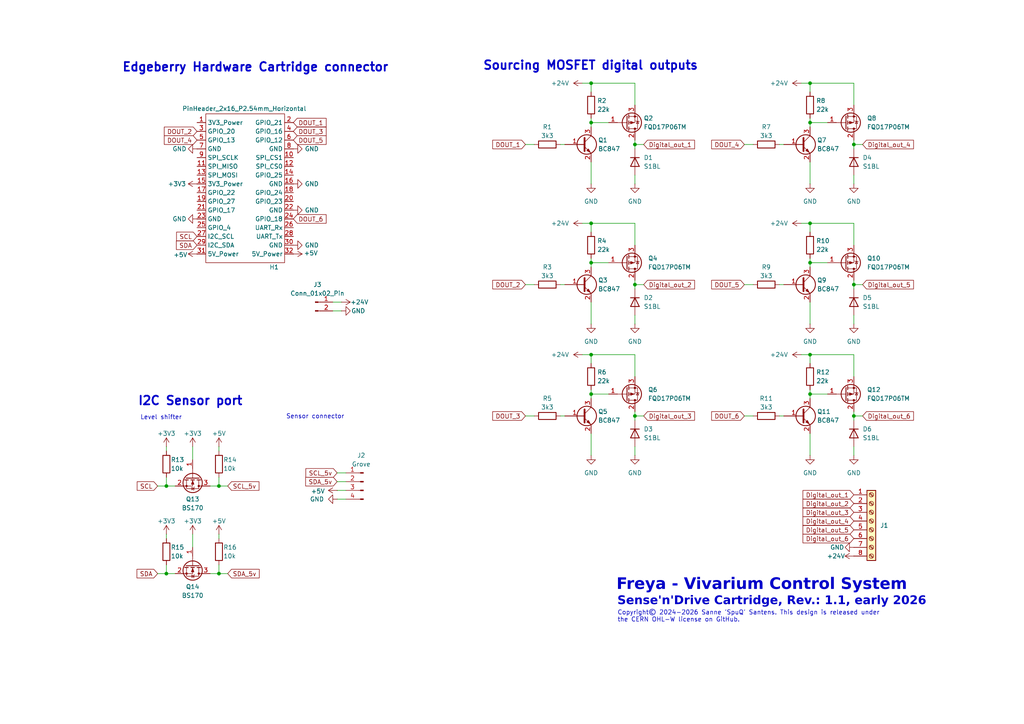
<source format=kicad_sch>
(kicad_sch (version 20231120) (generator "eeschema") (generator_version "8.0")
  (paper "A4")
  (lib_symbols
    (symbol "Connector:Conn_01x02_Pin" (pin_names (offset 1.016) hide)
      (property "Reference" "J" (at 0 2.54 0))
      (property "Value" "Conn_01x02_Pin" (at 0 -5.08 0))
      (symbol "Conn_01x02_Pin_1_1"
        (polyline (pts (xy 1.27 -2.54) (xy 0.8636 -2.54)) (stroke (width 0.1524)))
        (polyline (pts (xy 1.27 0) (xy 0.8636 0)) (stroke (width 0.1524)))
        (rectangle (start 0.8636 -2.413) (end 0 -2.667) (stroke (width 0.1524)) (fill (type outline)))
        (rectangle (start 0.8636 0.127) (end 0 -0.127) (stroke (width 0.1524)) (fill (type outline)))
        (pin passive line (at 5.08 0 180) (length 3.81) (name "Pin_1") (number "1"))
        (pin passive line (at 5.08 -2.54 180) (length 3.81) (name "Pin_2") (number "2"))
      )
    )
    (symbol "Connector:Conn_01x04_Pin" (pin_names (offset 1.016) hide)
      (property "Reference" "J" (at 0 5.08 0))
      (property "Value" "Conn_01x04_Pin" (at 0 -7.62 0))
      (symbol "Conn_01x04_Pin_1_1"
        (polyline (pts (xy 1.27 -5.08) (xy 0.8636 -5.08)) (stroke (width 0.1524)))
        (polyline (pts (xy 1.27 -2.54) (xy 0.8636 -2.54)) (stroke (width 0.1524)))
        (polyline (pts (xy 1.27 0) (xy 0.8636 0)) (stroke (width 0.1524)))
        (polyline (pts (xy 1.27 2.54) (xy 0.8636 2.54)) (stroke (width 0.1524)))
        (rectangle (start 0.8636 -4.953) (end 0 -5.207) (stroke (width 0.1524)) (fill (type outline)))
        (rectangle (start 0.8636 -2.413) (end 0 -2.667) (stroke (width 0.1524)) (fill (type outline)))
        (rectangle (start 0.8636 0.127) (end 0 -0.127) (stroke (width 0.1524)) (fill (type outline)))
        (rectangle (start 0.8636 2.667) (end 0 2.413) (stroke (width 0.1524)) (fill (type outline)))
        (pin passive line (at 5.08 2.54 180) (length 3.81) (name "Pin_1") (number "1"))
        (pin passive line (at 5.08 0 180) (length 3.81) (name "Pin_2") (number "2"))
        (pin passive line (at 5.08 -2.54 180) (length 3.81) (name "Pin_3") (number "3"))
        (pin passive line (at 5.08 -5.08 180) (length 3.81) (name "Pin_4") (number "4"))
      )
    )
    (symbol "Connector:Screw_Terminal_01x08" (pin_names (offset 1.016) hide)
      (property "Reference" "J" (at 0 10.16 0))
      (property "Value" "Screw_Terminal_01x08" (at 0 -12.7 0))
      (symbol "Screw_Terminal_01x08_1_1"
        (rectangle (start -1.27 8.89) (end 1.27 -11.43) (stroke (width 0.254)) (fill (type background)))
        (circle (center 0 -10.16) (radius 0.635) (stroke (width 0.1524)))
        (circle (center 0 -7.62) (radius 0.635) (stroke (width 0.1524)))
        (circle (center 0 -5.08) (radius 0.635) (stroke (width 0.1524)))
        (circle (center 0 -2.54) (radius 0.635) (stroke (width 0.1524)))
        (polyline (pts (xy -0.5334 -9.8298) (xy 0.3302 -10.668)) (stroke (width 0.1524)))
        (polyline (pts (xy -0.5334 -7.2898) (xy 0.3302 -8.128)) (stroke (width 0.1524)))
        (polyline (pts (xy -0.5334 -4.7498) (xy 0.3302 -5.588)) (stroke (width 0.1524)))
        (polyline (pts (xy -0.5334 -2.2098) (xy 0.3302 -3.048)) (stroke (width 0.1524)))
        (polyline (pts (xy -0.5334 0.3302) (xy 0.3302 -0.508)) (stroke (width 0.1524)))
        (polyline (pts (xy -0.5334 2.8702) (xy 0.3302 2.032)) (stroke (width 0.1524)))
        (polyline (pts (xy -0.5334 5.4102) (xy 0.3302 4.572)) (stroke (width 0.1524)))
        (polyline (pts (xy -0.5334 7.9502) (xy 0.3302 7.112)) (stroke (width 0.1524)))
        (polyline (pts (xy -0.3556 -9.652) (xy 0.508 -10.4902)) (stroke (width 0.1524)))
        (polyline (pts (xy -0.3556 -7.112) (xy 0.508 -7.9502)) (stroke (width 0.1524)))
        (polyline (pts (xy -0.3556 -4.572) (xy 0.508 -5.4102)) (stroke (width 0.1524)))
        (polyline (pts (xy -0.3556 -2.032) (xy 0.508 -2.8702)) (stroke (width 0.1524)))
        (polyline (pts (xy -0.3556 0.508) (xy 0.508 -0.3302)) (stroke (width 0.1524)))
        (polyline (pts (xy -0.3556 3.048) (xy 0.508 2.2098)) (stroke (width 0.1524)))
        (polyline (pts (xy -0.3556 5.588) (xy 0.508 4.7498)) (stroke (width 0.1524)))
        (polyline (pts (xy -0.3556 8.128) (xy 0.508 7.2898)) (stroke (width 0.1524)))
        (circle (center 0 0) (radius 0.635) (stroke (width 0.1524)))
        (circle (center 0 2.54) (radius 0.635) (stroke (width 0.1524)))
        (circle (center 0 5.08) (radius 0.635) (stroke (width 0.1524)))
        (circle (center 0 7.62) (radius 0.635) (stroke (width 0.1524)))
        (pin passive line (at -5.08 7.62 0) (length 3.81) (name "Pin_1") (number "1"))
        (pin passive line (at -5.08 5.08 0) (length 3.81) (name "Pin_2") (number "2"))
        (pin passive line (at -5.08 2.54 0) (length 3.81) (name "Pin_3") (number "3"))
        (pin passive line (at -5.08 0 0) (length 3.81) (name "Pin_4") (number "4"))
        (pin passive line (at -5.08 -2.54 0) (length 3.81) (name "Pin_5") (number "5"))
        (pin passive line (at -5.08 -5.08 0) (length 3.81) (name "Pin_6") (number "6"))
        (pin passive line (at -5.08 -7.62 0) (length 3.81) (name "Pin_7") (number "7"))
        (pin passive line (at -5.08 -10.16 0) (length 3.81) (name "Pin_8") (number "8"))
      )
    )
    (symbol "Device:D" (pin_numbers hide) (pin_names (offset 1.016) hide)
      (property "Reference" "D" (at 0 2.54 0))
      (property "Value" "D" (at 0 -2.54 0))
      (symbol "D_0_1"
        (polyline (pts (xy -1.27 1.27) (xy -1.27 -1.27)) (stroke (width 0.254)))
        (polyline (pts (xy 1.27 0) (xy -1.27 0)))
        (polyline (pts (xy 1.27 1.27) (xy 1.27 -1.27) (xy -1.27 0) (xy 1.27 1.27)) (stroke (width 0.254)))
      )
      (symbol "D_1_1"
        (pin passive line (at -3.81 0 0) (length 2.54) (name "K") (number "1"))
        (pin passive line (at 3.81 0 180) (length 2.54) (name "A") (number "2"))
      )
    )
    (symbol "Device:Q_NMOS_GSD" (pin_names (offset 0) hide)
      (property "Reference" "Q" (at 5.08 1.27 0))
      (property "Value" "Q_NMOS_GSD" (at 5.08 -1.27 0))
      (symbol "Q_NMOS_GSD_0_1"
        (polyline (pts (xy 0.254 0) (xy -2.54 0)))
        (polyline (pts (xy 0.254 1.905) (xy 0.254 -1.905)) (stroke (width 0.254)))
        (polyline (pts (xy 0.762 -1.27) (xy 0.762 -2.286)) (stroke (width 0.254)))
        (polyline (pts (xy 0.762 0.508) (xy 0.762 -0.508)) (stroke (width 0.254)))
        (polyline (pts (xy 0.762 2.286) (xy 0.762 1.27)) (stroke (width 0.254)))
        (polyline (pts (xy 2.54 2.54) (xy 2.54 1.778)))
        (polyline (pts (xy 2.54 -2.54) (xy 2.54 0) (xy 0.762 0)))
        (polyline (pts (xy 0.762 -1.778) (xy 3.302 -1.778) (xy 3.302 1.778) (xy 0.762 1.778)))
        (polyline (pts (xy 1.016 0) (xy 2.032 0.381) (xy 2.032 -0.381) (xy 1.016 0)) (fill (type outline)))
        (polyline (pts (xy 2.794 0.508) (xy 2.921 0.381) (xy 3.683 0.381) (xy 3.81 0.254)))
        (polyline (pts (xy 3.302 0.381) (xy 2.921 -0.254) (xy 3.683 -0.254) (xy 3.302 0.381)))
        (circle (center 1.651 0) (radius 2.794) (stroke (width 0.254)))
        (circle (center 2.54 -1.778) (radius 0.254) (fill (type outline)))
        (circle (center 2.54 1.778) (radius 0.254) (fill (type outline)))
      )
      (symbol "Q_NMOS_GSD_1_1"
        (pin input line (at -5.08 0 0) (length 2.54) (name "G") (number "1"))
        (pin passive line (at 2.54 -5.08 90) (length 2.54) (name "S") (number "2"))
        (pin passive line (at 2.54 5.08 270) (length 2.54) (name "D") (number "3"))
      )
    )
    (symbol "Device:Q_PMOS_GDS" (pin_names (offset 0) hide)
      (property "Reference" "Q" (at 5.08 1.27 0))
      (property "Value" "Q_PMOS_GDS" (at 5.08 -1.27 0))
      (symbol "Q_PMOS_GDS_0_1"
        (polyline (pts (xy 0.254 0) (xy -2.54 0)))
        (polyline (pts (xy 0.254 1.905) (xy 0.254 -1.905)) (stroke (width 0.254)))
        (polyline (pts (xy 0.762 -1.27) (xy 0.762 -2.286)) (stroke (width 0.254)))
        (polyline (pts (xy 0.762 0.508) (xy 0.762 -0.508)) (stroke (width 0.254)))
        (polyline (pts (xy 0.762 2.286) (xy 0.762 1.27)) (stroke (width 0.254)))
        (polyline (pts (xy 2.54 2.54) (xy 2.54 1.778)))
        (polyline (pts (xy 2.54 -2.54) (xy 2.54 0) (xy 0.762 0)))
        (polyline (pts (xy 0.762 1.778) (xy 3.302 1.778) (xy 3.302 -1.778) (xy 0.762 -1.778)))
        (polyline (pts (xy 2.286 0) (xy 1.27 0.381) (xy 1.27 -0.381) (xy 2.286 0)) (fill (type outline)))
        (polyline (pts (xy 2.794 -0.508) (xy 2.921 -0.381) (xy 3.683 -0.381) (xy 3.81 -0.254)))
        (polyline (pts (xy 3.302 -0.381) (xy 2.921 0.254) (xy 3.683 0.254) (xy 3.302 -0.381)))
        (circle (center 1.651 0) (radius 2.794) (stroke (width 0.254)))
        (circle (center 2.54 -1.778) (radius 0.254) (fill (type outline)))
        (circle (center 2.54 1.778) (radius 0.254) (fill (type outline)))
      )
      (symbol "Q_PMOS_GDS_1_1"
        (pin input line (at -5.08 0 0) (length 2.54) (name "G") (number "1"))
        (pin passive line (at 2.54 5.08 270) (length 2.54) (name "D") (number "2"))
        (pin passive line (at 2.54 -5.08 90) (length 2.54) (name "S") (number "3"))
      )
    )
    (symbol "Device:R" (pin_numbers hide) (pin_names (offset 0))
      (property "Reference" "R" (at 2.032 0 90))
      (property "Value" "R" (at 0 0 90))
      (symbol "R_0_1"
        (rectangle (start -1.016 -2.54) (end 1.016 2.54) (stroke (width 0.254)))
      )
      (symbol "R_1_1"
        (pin passive line (at 0 3.81 270) (length 1.27) (name "~") (number "1"))
        (pin passive line (at 0 -3.81 90) (length 1.27) (name "~") (number "2"))
      )
    )
    (symbol "Edgeberry:Edgeberry_Cartridge_Connector"
      (property "Reference" "H" (at 8.382 -24.13 0))
      (property "Value" "Edgeberry Cartridge Connector" (at -0.254 21.844 0))
      (symbol "Edgeberry_Cartridge_Connector_0_1"
        (polyline (pts (xy -11.43 20.32) (xy 11.43 20.32) (xy 11.43 -22.86) (xy -11.43 -22.86) (xy -11.43 20.32)))
      )
      (symbol "Edgeberry_Cartridge_Connector_1_1"
        (pin output line (at -13.97 17.78 0) (length 2.54) (name "3V3_Power") (number "1"))
        (pin output line (at 13.97 7.62 180) (length 2.54) (name "SPI_CS1") (number "10"))
        (pin input line (at -13.97 5.08 0) (length 2.54) (name "SPI_MISO") (number "11"))
        (pin output line (at 13.97 5.08 180) (length 2.54) (name "SPI_CS0") (number "12"))
        (pin output line (at -13.97 2.54 0) (length 2.54) (name "SPI_MOSI") (number "13"))
        (pin bidirectional line (at 13.97 2.54 180) (length 2.54) (name "GPIO_25") (number "14"))
        (pin output line (at -13.97 0 0) (length 2.54) (name "3V3_Power") (number "15"))
        (pin bidirectional line (at 13.97 0 180) (length 2.54) (name "GND") (number "16"))
        (pin bidirectional line (at -13.97 -2.54 0) (length 2.54) (name "GPIO_22") (number "17"))
        (pin bidirectional line (at 13.97 -2.54 180) (length 2.54) (name "GPIO_24") (number "18"))
        (pin bidirectional line (at -13.97 -5.08 0) (length 2.54) (name "GPIO_27") (number "19"))
        (pin bidirectional line (at 13.97 17.78 180) (length 2.54) (name "GPIO_21") (number "2"))
        (pin bidirectional line (at 13.97 -5.08 180) (length 2.54) (name "GPIO_23") (number "20"))
        (pin bidirectional line (at -13.97 -7.62 0) (length 2.54) (name "GPIO_17") (number "21"))
        (pin output line (at 13.97 -7.62 180) (length 2.54) (name "GND") (number "22"))
        (pin output line (at -13.97 -10.16 0) (length 2.54) (name "GND") (number "23"))
        (pin bidirectional line (at 13.97 -10.16 180) (length 2.54) (name "GPIO_18") (number "24"))
        (pin bidirectional line (at -13.97 -12.7 0) (length 2.54) (name "GPIO_4") (number "25"))
        (pin input line (at 13.97 -12.7 180) (length 2.54) (name "UART_Rx") (number "26"))
        (pin output line (at -13.97 -15.24 0) (length 2.54) (name "I2C_SCL") (number "27"))
        (pin output line (at 13.97 -15.24 180) (length 2.54) (name "UART_Tx") (number "28"))
        (pin bidirectional line (at -13.97 -17.78 0) (length 2.54) (name "I2C_SDA") (number "29"))
        (pin bidirectional line (at -13.97 15.24 0) (length 2.54) (name "GPIO_20") (number "3"))
        (pin output line (at 13.97 -17.78 180) (length 2.54) (name "GND") (number "30"))
        (pin output line (at -13.97 -20.32 0) (length 2.54) (name "5V_Power") (number "31"))
        (pin output line (at 13.97 -20.32 180) (length 2.54) (name "5V_Power") (number "32"))
        (pin bidirectional line (at 13.97 15.24 180) (length 2.54) (name "GPIO_16") (number "4"))
        (pin bidirectional line (at -13.97 12.7 0) (length 2.54) (name "GPIO_13") (number "5"))
        (pin bidirectional line (at 13.97 12.7 180) (length 2.54) (name "GPIO_12") (number "6"))
        (pin output line (at -13.97 10.16 0) (length 2.54) (name "GND") (number "7"))
        (pin output line (at 13.97 10.16 180) (length 2.54) (name "GND") (number "8"))
        (pin output line (at -13.97 7.62 0) (length 2.54) (name "SPI_SCLK") (number "9"))
      )
    )
    (symbol "Transistor_BJT:BC847" (pin_names (offset 0) hide)
      (property "Reference" "Q" (at 5.08 1.905 0))
      (property "Value" "BC847" (at 5.08 0 0))
      (symbol "BC847_0_1"
        (polyline (pts (xy 0.635 0.635) (xy 2.54 2.54)))
        (polyline (pts (xy 0.635 -0.635) (xy 2.54 -2.54) (xy 2.54 -2.54)))
        (polyline (pts (xy 0.635 1.905) (xy 0.635 -1.905) (xy 0.635 -1.905)) (stroke (width 0.508)))
        (polyline (pts (xy 1.27 -1.778) (xy 1.778 -1.27) (xy 2.286 -2.286) (xy 1.27 -1.778) (xy 1.27 -1.778)) (fill (type outline)))
        (circle (center 1.27 0) (radius 2.8194) (stroke (width 0.254)))
      )
      (symbol "BC847_1_1"
        (pin input line (at -5.08 0 0) (length 5.715) (name "B") (number "1"))
        (pin passive line (at 2.54 -5.08 90) (length 2.54) (name "E") (number "2"))
        (pin passive line (at 2.54 5.08 270) (length 2.54) (name "C") (number "3"))
      )
    )
    (symbol "power:+24V" (power) (pin_numbers hide) (pin_names (offset 0) hide)
      (property "Value" "+24V" (at 0 3.556 0))
      (symbol "+24V_0_1"
        (polyline (pts (xy -0.762 1.27) (xy 0 2.54)))
        (polyline (pts (xy 0 0) (xy 0 2.54)))
        (polyline (pts (xy 0 2.54) (xy 0.762 1.27)))
      )
      (symbol "+24V_1_1"
        (pin power_in line (at 0 0 90) (length 0) (name "~") (number "1"))
      )
    )
    (symbol "power:+3V3" (power) (pin_numbers hide) (pin_names (offset 0) hide)
      (property "Value" "+3V3" (at 0 3.556 0))
      (symbol "+3V3_0_1"
        (polyline (pts (xy -0.762 1.27) (xy 0 2.54)))
        (polyline (pts (xy 0 0) (xy 0 2.54)))
        (polyline (pts (xy 0 2.54) (xy 0.762 1.27)))
      )
      (symbol "+3V3_1_1"
        (pin power_in line (at 0 0 90) (length 0) (name "~") (number "1"))
      )
    )
    (symbol "power:+5V" (power) (pin_numbers hide) (pin_names (offset 0) hide)
      (property "Value" "+5V" (at 0 3.556 0))
      (symbol "+5V_0_1"
        (polyline (pts (xy -0.762 1.27) (xy 0 2.54)))
        (polyline (pts (xy 0 0) (xy 0 2.54)))
        (polyline (pts (xy 0 2.54) (xy 0.762 1.27)))
      )
      (symbol "+5V_1_1"
        (pin power_in line (at 0 0 90) (length 0) (name "~") (number "1"))
      )
    )
    (symbol "power:GND" (power) (pin_numbers hide) (pin_names (offset 0) hide)
      (property "Value" "GND" (at 0 -3.81 0))
      (symbol "GND_0_1"
        (polyline (pts (xy 0 0) (xy 0 -1.27) (xy 1.27 -1.27) (xy 0 -2.54) (xy -1.27 -1.27) (xy 0 -1.27)))
      )
      (symbol "GND_1_1"
        (pin power_in line (at 0 0 270) (length 0) (name "~") (number "1"))
      )
    )
  )
  (junction (at 234.95 64.77))
  (junction (at 171.45 102.87))
  (junction (at 234.95 35.56))
  (junction (at 171.45 35.56))
  (junction (at 184.15 82.55))
  (junction (at 184.15 120.65))
  (junction (at 247.65 120.65))
  (junction (at 171.45 114.3))
  (junction (at 171.45 76.2))
  (junction (at 247.65 82.55))
  (junction (at 171.45 24.13))
  (junction (at 63.5 140.97))
  (junction (at 234.95 76.2))
  (junction (at 184.15 41.91))
  (junction (at 234.95 24.13))
  (junction (at 63.5 166.37))
  (junction (at 171.45 64.77))
  (junction (at 48.26 140.97))
  (junction (at 247.65 41.91))
  (junction (at 234.95 114.3))
  (junction (at 234.95 102.87))
  (junction (at 48.26 166.37))
  (wire (pts (xy 234.95 35.56) (xy 240.03 35.56)))
  (wire (pts (xy 152.4 120.65) (xy 154.94 120.65)))
  (wire (pts (xy 234.95 64.77) (xy 247.65 64.77)))
  (wire (pts (xy 226.06 82.55) (xy 227.33 82.55)))
  (wire (pts (xy 171.45 34.29) (xy 171.45 35.56)))
  (wire (pts (xy 63.5 129.54) (xy 63.5 130.81)))
  (wire (pts (xy 100.33 144.78) (xy 97.79 144.78)))
  (wire (pts (xy 60.96 166.37) (xy 63.5 166.37)))
  (wire (pts (xy 234.95 64.77) (xy 234.95 67.31)))
  (wire (pts (xy 247.65 41.91) (xy 247.65 43.18)))
  (wire (pts (xy 171.45 76.2) (xy 171.45 77.47)))
  (wire (pts (xy 234.95 102.87) (xy 234.95 105.41)))
  (wire (pts (xy 162.56 120.65) (xy 163.83 120.65)))
  (wire (pts (xy 247.65 81.28) (xy 247.65 82.55)))
  (wire (pts (xy 184.15 129.54) (xy 184.15 132.08)))
  (wire (pts (xy 171.45 76.2) (xy 176.53 76.2)))
  (wire (pts (xy 234.95 125.73) (xy 234.95 132.08)))
  (wire (pts (xy 168.91 102.87) (xy 171.45 102.87)))
  (wire (pts (xy 184.15 64.77) (xy 184.15 71.12)))
  (wire (pts (xy 171.45 35.56) (xy 176.53 35.56)))
  (wire (pts (xy 48.26 138.43) (xy 48.26 140.97)))
  (wire (pts (xy 60.96 140.97) (xy 63.5 140.97)))
  (wire (pts (xy 247.65 82.55) (xy 250.19 82.55)))
  (wire (pts (xy 184.15 119.38) (xy 184.15 120.65)))
  (wire (pts (xy 97.79 137.16) (xy 100.33 137.16)))
  (wire (pts (xy 171.45 24.13) (xy 184.15 24.13)))
  (wire (pts (xy 171.45 64.77) (xy 184.15 64.77)))
  (wire (pts (xy 171.45 114.3) (xy 176.53 114.3)))
  (wire (pts (xy 215.9 82.55) (xy 218.44 82.55)))
  (wire (pts (xy 63.5 140.97) (xy 63.5 138.43)))
  (wire (pts (xy 247.65 120.65) (xy 250.19 120.65)))
  (wire (pts (xy 152.4 41.91) (xy 154.94 41.91)))
  (wire (pts (xy 234.95 114.3) (xy 234.95 115.57)))
  (wire (pts (xy 63.5 140.97) (xy 66.04 140.97)))
  (wire (pts (xy 184.15 102.87) (xy 184.15 109.22)))
  (wire (pts (xy 247.65 91.44) (xy 247.65 93.98)))
  (wire (pts (xy 63.5 154.94) (xy 63.5 156.21)))
  (wire (pts (xy 184.15 40.64) (xy 184.15 41.91)))
  (wire (pts (xy 184.15 82.55) (xy 186.69 82.55)))
  (wire (pts (xy 247.65 40.64) (xy 247.65 41.91)))
  (wire (pts (xy 234.95 76.2) (xy 234.95 77.47)))
  (wire (pts (xy 184.15 41.91) (xy 186.69 41.91)))
  (wire (pts (xy 152.4 82.55) (xy 154.94 82.55)))
  (wire (pts (xy 234.95 46.99) (xy 234.95 53.34)))
  (wire (pts (xy 215.9 41.91) (xy 218.44 41.91)))
  (wire (pts (xy 55.88 154.94) (xy 55.88 158.75)))
  (wire (pts (xy 247.65 120.65) (xy 247.65 121.92)))
  (wire (pts (xy 184.15 91.44) (xy 184.15 93.98)))
  (wire (pts (xy 48.26 154.94) (xy 48.26 156.21)))
  (wire (pts (xy 100.33 142.24) (xy 97.79 142.24)))
  (wire (pts (xy 232.41 102.87) (xy 234.95 102.87)))
  (wire (pts (xy 247.65 102.87) (xy 247.65 109.22)))
  (wire (pts (xy 247.65 82.55) (xy 247.65 83.82)))
  (wire (pts (xy 63.5 166.37) (xy 63.5 163.83)))
  (wire (pts (xy 48.26 166.37) (xy 50.8 166.37)))
  (wire (pts (xy 171.45 125.73) (xy 171.45 132.08)))
  (wire (pts (xy 215.9 120.65) (xy 218.44 120.65)))
  (wire (pts (xy 234.95 35.56) (xy 234.95 36.83)))
  (wire (pts (xy 162.56 41.91) (xy 163.83 41.91)))
  (wire (pts (xy 171.45 102.87) (xy 184.15 102.87)))
  (wire (pts (xy 226.06 120.65) (xy 227.33 120.65)))
  (wire (pts (xy 234.95 24.13) (xy 234.95 26.67)))
  (wire (pts (xy 234.95 102.87) (xy 247.65 102.87)))
  (wire (pts (xy 171.45 24.13) (xy 171.45 26.67)))
  (wire (pts (xy 247.65 41.91) (xy 250.19 41.91)))
  (wire (pts (xy 226.06 41.91) (xy 227.33 41.91)))
  (wire (pts (xy 247.65 119.38) (xy 247.65 120.65)))
  (wire (pts (xy 168.91 64.77) (xy 171.45 64.77)))
  (wire (pts (xy 45.72 140.97) (xy 48.26 140.97)))
  (wire (pts (xy 168.91 24.13) (xy 171.45 24.13)))
  (wire (pts (xy 234.95 76.2) (xy 240.03 76.2)))
  (wire (pts (xy 234.95 87.63) (xy 234.95 93.98)))
  (wire (pts (xy 247.65 50.8) (xy 247.65 53.34)))
  (wire (pts (xy 45.72 166.37) (xy 48.26 166.37)))
  (wire (pts (xy 184.15 81.28) (xy 184.15 82.55)))
  (wire (pts (xy 171.45 74.93) (xy 171.45 76.2)))
  (wire (pts (xy 184.15 120.65) (xy 184.15 121.92)))
  (wire (pts (xy 171.45 87.63) (xy 171.45 93.98)))
  (wire (pts (xy 184.15 50.8) (xy 184.15 53.34)))
  (wire (pts (xy 48.26 163.83) (xy 48.26 166.37)))
  (wire (pts (xy 232.41 64.77) (xy 234.95 64.77)))
  (wire (pts (xy 234.95 34.29) (xy 234.95 35.56)))
  (wire (pts (xy 96.52 90.17) (xy 99.06 90.17)))
  (wire (pts (xy 171.45 113.03) (xy 171.45 114.3)))
  (wire (pts (xy 55.88 129.54) (xy 55.88 133.35)))
  (wire (pts (xy 171.45 102.87) (xy 171.45 105.41)))
  (wire (pts (xy 184.15 41.91) (xy 184.15 43.18)))
  (wire (pts (xy 234.95 114.3) (xy 240.03 114.3)))
  (wire (pts (xy 232.41 24.13) (xy 234.95 24.13)))
  (wire (pts (xy 234.95 24.13) (xy 247.65 24.13)))
  (wire (pts (xy 162.56 82.55) (xy 163.83 82.55)))
  (wire (pts (xy 234.95 113.03) (xy 234.95 114.3)))
  (wire (pts (xy 63.5 166.37) (xy 66.04 166.37)))
  (wire (pts (xy 96.52 87.63) (xy 99.06 87.63)))
  (wire (pts (xy 48.26 140.97) (xy 50.8 140.97)))
  (wire (pts (xy 171.45 64.77) (xy 171.45 67.31)))
  (wire (pts (xy 100.33 139.7) (xy 97.79 139.7)))
  (wire (pts (xy 247.65 64.77) (xy 247.65 71.12)))
  (wire (pts (xy 184.15 120.65) (xy 186.69 120.65)))
  (wire (pts (xy 247.65 24.13) (xy 247.65 30.48)))
  (wire (pts (xy 234.95 74.93) (xy 234.95 76.2)))
  (wire (pts (xy 171.45 35.56) (xy 171.45 36.83)))
  (wire (pts (xy 171.45 114.3) (xy 171.45 115.57)))
  (wire (pts (xy 48.26 129.54) (xy 48.26 130.81)))
  (wire (pts (xy 184.15 24.13) (xy 184.15 30.48)))
  (wire (pts (xy 171.45 46.99) (xy 171.45 53.34)))
  (wire (pts (xy 184.15 82.55) (xy 184.15 83.82)))
  (wire (pts (xy 247.65 129.54) (xy 247.65 132.08)))
  (text "Copyright© 2024-2026 Sanne 'SpuQ' Santens. This design is released under\nthe CERN OHL-W license on GitHub." (at 179.07 178.816 0) (effects (font (size 1.27 1.27)) (justify left)))
  (text "I2C Sensor port" (at 39.878 117.856 0) (effects (font (size 2.5 2.5) (thickness 0.5) (bold yes)) (justify left bottom)))
  (text "Freya - Vivarium Control System" (at 178.816 172.466 0) (effects (font (size 3.302 3.302) (thickness 0.4) (bold yes)) (justify left bottom)))
  (text "Sense'n'Drive Cartridge, Rev.: 1.1, early 2026\n" (at 179.07 176.53 0) (effects (font (size 2.4892 2.4892)) (justify left bottom)))
  (text "Sourcing MOSFET digital outputs" (at 139.954 20.574 0) (effects (font (size 2.5 2.5) (thickness 0.5) (bold yes)) (justify left bottom)))
  (text "Sensor connector" (at 91.44 120.904 0) (effects (font (size 1.27 1.27))))
  (text "Level shifter" (at 46.736 121.158 0) (effects (font (size 1.27 1.27))))
  (text "Edgeberry Hardware Cartridge connector" (at 35.306 21.082 0) (effects (font (size 2.5 2.5) (thickness 0.5) (bold yes)) (justify left bottom)))
  (global_label "Digital_out_3" (shape input) (at 247.65 148.59 180) (property "Intersheetrefs" "${INTERSHEET_REFS}" (effects (hide yes))))
  (global_label "SDA_5v" (shape input) (at 97.79 139.7 180) (property "Intersheetrefs" "${INTERSHEET_REFS}" (effects (hide yes))))
  (global_label "DOUT_3" (shape input) (at 152.4 120.65 180) (property "Intersheetrefs" "${INTERSHEET_REFS}" (effects (hide yes))))
  (global_label "DOUT_3" (shape input) (at 85.09 38.1 0) (property "Intersheetrefs" "${INTERSHEET_REFS}" (effects (hide yes))))
  (global_label "DOUT_2" (shape input) (at 152.4 82.55 180) (property "Intersheetrefs" "${INTERSHEET_REFS}" (effects (hide yes))))
  (global_label "SCL" (shape input) (at 57.15 68.58 180) (property "Intersheetrefs" "${INTERSHEET_REFS}" (effects (hide yes))))
  (global_label "DOUT_6" (shape input) (at 85.09 63.5 0) (property "Intersheetrefs" "${INTERSHEET_REFS}" (effects (hide yes))))
  (global_label "Digital_out_2" (shape input) (at 186.69 82.55 0) (property "Intersheetrefs" "${INTERSHEET_REFS}" (effects (hide yes))))
  (global_label "SCL_5v" (shape input) (at 66.04 140.97 0) (property "Intersheetrefs" "${INTERSHEET_REFS}" (effects (hide yes))))
  (global_label "DOUT_1" (shape input) (at 85.09 35.56 0) (property "Intersheetrefs" "${INTERSHEET_REFS}" (effects (hide yes))))
  (global_label "SCL" (shape input) (at 45.72 140.97 180) (property "Intersheetrefs" "${INTERSHEET_REFS}" (effects (hide yes))))
  (global_label "Digital_out_4" (shape input) (at 250.19 41.91 0) (property "Intersheetrefs" "${INTERSHEET_REFS}" (effects (hide yes))))
  (global_label "Digital_out_6" (shape input) (at 247.65 156.21 180) (property "Intersheetrefs" "${INTERSHEET_REFS}" (effects (hide yes))))
  (global_label "DOUT_4" (shape input) (at 57.15 40.64 180) (property "Intersheetrefs" "${INTERSHEET_REFS}" (effects (hide yes))))
  (global_label "Digital_out_1" (shape input) (at 247.65 143.51 180) (property "Intersheetrefs" "${INTERSHEET_REFS}" (effects (hide yes))))
  (global_label "Digital_out_5" (shape input) (at 247.65 153.67 180) (property "Intersheetrefs" "${INTERSHEET_REFS}" (effects (hide yes))))
  (global_label "Digital_out_5" (shape input) (at 250.19 82.55 0) (property "Intersheetrefs" "${INTERSHEET_REFS}" (effects (hide yes))))
  (global_label "DOUT_5" (shape input) (at 215.9 82.55 180) (property "Intersheetrefs" "${INTERSHEET_REFS}" (effects (hide yes))))
  (global_label "Digital_out_6" (shape input) (at 250.19 120.65 0) (property "Intersheetrefs" "${INTERSHEET_REFS}" (effects (hide yes))))
  (global_label "DOUT_1" (shape input) (at 152.4 41.91 180) (property "Intersheetrefs" "${INTERSHEET_REFS}" (effects (hide yes))))
  (global_label "DOUT_4" (shape input) (at 215.9 41.91 180) (property "Intersheetrefs" "${INTERSHEET_REFS}" (effects (hide yes))))
  (global_label "SDA" (shape input) (at 57.15 71.12 180) (property "Intersheetrefs" "${INTERSHEET_REFS}" (effects (hide yes))))
  (global_label "Digital_out_2" (shape input) (at 247.65 146.05 180) (property "Intersheetrefs" "${INTERSHEET_REFS}" (effects (hide yes))))
  (global_label "SDA" (shape input) (at 45.72 166.37 180) (property "Intersheetrefs" "${INTERSHEET_REFS}" (effects (hide yes))))
  (global_label "SDA_5v" (shape input) (at 66.04 166.37 0) (property "Intersheetrefs" "${INTERSHEET_REFS}" (effects (hide yes))))
  (global_label "Digital_out_3" (shape input) (at 186.69 120.65 0) (property "Intersheetrefs" "${INTERSHEET_REFS}" (effects (hide yes))))
  (global_label "Digital_out_1" (shape input) (at 186.69 41.91 0) (property "Intersheetrefs" "${INTERSHEET_REFS}" (effects (hide yes))))
  (global_label "Digital_out_4" (shape input) (at 247.65 151.13 180) (property "Intersheetrefs" "${INTERSHEET_REFS}" (effects (hide yes))))
  (global_label "DOUT_2" (shape input) (at 57.15 38.1 180) (property "Intersheetrefs" "${INTERSHEET_REFS}" (effects (hide yes))))
  (global_label "SCL_5v" (shape input) (at 97.79 137.16 180) (property "Intersheetrefs" "${INTERSHEET_REFS}" (effects (hide yes))))
  (global_label "DOUT_5" (shape input) (at 85.09 40.64 0) (property "Intersheetrefs" "${INTERSHEET_REFS}" (effects (hide yes))))
  (global_label "DOUT_6" (shape input) (at 215.9 120.65 180) (property "Intersheetrefs" "${INTERSHEET_REFS}" (effects (hide yes))))
  (symbol (lib_id "Device:R") (at 171.45 71.12 0) (unit 1)
    (property "Reference" "R4" (at 173.228 69.85 0) (effects (justify left)))
    (property "Value" "22k" (at 173.228 72.39 0) (effects (justify left)))
    (property "Footprint" "Resistor_SMD:R_0805_2012Metric" (effects (hide yes)))
    (property "Description" "Resistor" (effects (hide yes)))
  )
  (symbol (lib_id "Device:R") (at 158.75 82.55 90) (unit 1)
    (property "Reference" "R3" (at 158.75 77.47 90))
    (property "Value" "3k3" (at 158.75 80.01 90))
    (property "Footprint" "Resistor_SMD:R_0805_2012Metric" (effects (hide yes)))
    (property "Description" "Resistor" (effects (hide yes)))
  )
  (symbol (lib_id "power:GND") (at 247.65 132.08 0) (unit 1)
    (property "Reference" "#PWR018" (effects (hide yes)))
    (property "Value" "GND" (at 247.65 137.16 0))
    (property "Description" "Power symbol creates a global label with name \"GND\" , ground" (effects (hide yes)))
  )
  (symbol (lib_id "power:+5V") (at 63.5 129.54 0) (unit 1)
    (property "Reference" "#PWR025" (effects (hide yes)))
    (property "Value" "+5V" (at 63.5 125.73 0))
    (property "Description" "Power symbol creates a global label with name \"+5V\"" (effects (hide yes)))
  )
  (symbol (lib_id "power:+5V") (at 63.5 154.94 0) (unit 1)
    (property "Reference" "#PWR026" (effects (hide yes)))
    (property "Value" "+5V" (at 63.5 151.13 0))
    (property "Description" "Power symbol creates a global label with name \"+5V\"" (effects (hide yes)))
  )
  (symbol (lib_id "Device:D") (at 184.15 125.73 270) (unit 1)
    (property "Reference" "D3" (at 186.69 124.4599 90) (effects (justify left)))
    (property "Value" "S1BL" (at 186.69 126.9999 90) (effects (justify left)))
    (property "Footprint" "emcosys:S1BL_diode" (effects (hide yes)))
    (property "Description" "Diode" (effects (hide yes)))
    (property "Sim.Device" "D" (effects (hide yes)))
    (property "Sim.Pins" "1=K 2=A" (effects (hide yes)))
  )
  (symbol (lib_id "power:GND") (at 85.09 53.34 90) (mirror x) (unit 1)
    (property "Reference" "#PWR036" (effects (hide yes)))
    (property "Value" "GND" (at 88.392 53.34 90) (effects (justify right)))
    (property "Description" "Power symbol creates a global label with name \"GND\" , ground" (effects (hide yes)))
  )
  (symbol (lib_id "power:+24V") (at 232.41 102.87 90) (unit 1)
    (property "Reference" "#PWR012" (effects (hide yes)))
    (property "Value" "+24V" (at 228.6 102.8699 90) (effects (justify left)))
    (property "Description" "Power symbol creates a global label with name \"+24V\"" (effects (hide yes)))
  )
  (symbol (lib_id "Transistor_BJT:BC847") (at 168.91 120.65 0) (unit 1)
    (property "Reference" "Q5" (at 173.482 119.38 0) (effects (justify left)))
    (property "Value" "BC847" (at 173.482 121.92 0) (effects (justify left)))
    (property "Footprint" "Package_TO_SOT_SMD:SOT-23" (effects (hide yes)))
    (property "Datasheet" "http://www.infineon.com/dgdl/Infineon-BC847SERIES_BC848SERIES_BC849SERIES_BC850SERIES-DS-v01_01-en.pdf?fileId=db3a304314dca389011541d4630a1657" (effects (hide yes)))
    (property "Description" "0.1A Ic, 45V Vce, NPN Transistor, SOT-23" (effects (hide yes)))
  )
  (symbol (lib_id "Device:R") (at 63.5 134.62 0) (unit 1)
    (property "Reference" "R14" (at 64.77 133.35 0) (effects (justify left)))
    (property "Value" "10k" (at 64.77 135.89 0) (effects (justify left)))
    (property "Footprint" "Resistor_SMD:R_0805_2012Metric" (effects (hide yes)))
    (property "Description" "Resistor" (effects (hide yes)))
  )
  (symbol (lib_id "Device:R") (at 171.45 109.22 0) (unit 1)
    (property "Reference" "R6" (at 173.228 107.95 0) (effects (justify left)))
    (property "Value" "22k" (at 173.228 110.49 0) (effects (justify left)))
    (property "Footprint" "Resistor_SMD:R_0805_2012Metric" (effects (hide yes)))
    (property "Description" "Resistor" (effects (hide yes)))
  )
  (symbol (lib_id "Device:Q_PMOS_GDS") (at 245.11 35.56 0) (mirror x) (unit 1)
    (property "Reference" "Q8" (at 251.46 34.29 0) (effects (justify left)))
    (property "Value" "FQD17P06TM" (at 251.46 36.83 0) (effects (justify left)))
    (property "Footprint" "Package_TO_SOT_SMD:TO-252-2" (effects (hide yes)))
    (property "Description" "P-MOSFET transistor, gate/drain/source" (effects (hide yes)))
  )
  (symbol (lib_id "power:+3V3") (at 57.15 53.34 90) (unit 1)
    (property "Reference" "#PWR039" (effects (hide yes)))
    (property "Value" "+3V3" (at 51.308 53.34 90))
    (property "Description" "Power symbol creates a global label with name \"+3V3\"" (effects (hide yes)))
  )
  (symbol (lib_id "power:+24V") (at 232.41 64.77 90) (unit 1)
    (property "Reference" "#PWR011" (effects (hide yes)))
    (property "Value" "+24V" (at 228.6 64.7699 90) (effects (justify left)))
    (property "Description" "Power symbol creates a global label with name \"+24V\"" (effects (hide yes)))
  )
  (symbol (lib_id "Connector:Screw_Terminal_01x08") (at 252.73 151.13 0) (unit 1)
    (property "Reference" "J1" (at 255.27 152.3999 0) (effects (justify left)))
    (property "Value" "Screw_Terminal_01x08" (effects (hide yes)))
    (property "Footprint" "Connector_Phoenix_MSTB:PhoenixContact_MSTBA_2,5_8-G-5,08_1x08_P5.08mm_Horizontal" (effects (hide yes)))
    (property "Description" "Generic screw terminal, single row, 01x08, script generated (kicad-library-utils/schlib/autogen/connector/)" (effects (hide yes)))
  )
  (symbol (lib_id "Edgeberry:Edgeberry_Cartridge_Connector") (at 71.12 53.34 0) (unit 1)
    (property "Reference" "H1" (at 79.502 77.47 0))
    (property "Value" "PinHeader_2x16_P2.54mm_Horizontal" (at 70.866 31.496 0))
    (property "Footprint" "Connector_PinHeader_2.54mm:PinHeader_2x16_P2.54mm_Horizontal" (effects (hide yes)))
  )
  (symbol (lib_id "power:+5V") (at 57.15 73.66 90) (unit 1)
    (property "Reference" "#PWR031" (effects (hide yes)))
    (property "Value" "+5V" (at 52.324 73.914 90))
    (property "Description" "Power symbol creates a global label with name \"+5V\"" (effects (hide yes)))
  )
  (symbol (lib_id "power:GND") (at 99.06 90.17 90) (unit 1)
    (property "Reference" "#PWR024" (effects (hide yes)))
    (property "Value" "GND" (at 101.854 90.17 90) (effects (justify right)))
    (property "Description" "Power symbol creates a global label with name \"GND\" , ground" (effects (hide yes)))
  )
  (symbol (lib_id "power:+24V") (at 168.91 64.77 90) (unit 1)
    (property "Reference" "#PWR04" (effects (hide yes)))
    (property "Value" "+24V" (at 165.1 64.7699 90) (effects (justify left)))
    (property "Description" "Power symbol creates a global label with name \"+24V\"" (effects (hide yes)))
  )
  (symbol (lib_id "Device:D") (at 247.65 87.63 270) (unit 1)
    (property "Reference" "D5" (at 250.19 86.3599 90) (effects (justify left)))
    (property "Value" "S1BL" (at 250.19 88.8999 90) (effects (justify left)))
    (property "Footprint" "emcosys:S1BL_diode" (effects (hide yes)))
    (property "Description" "Diode" (effects (hide yes)))
    (property "Sim.Device" "D" (effects (hide yes)))
    (property "Sim.Pins" "1=K 2=A" (effects (hide yes)))
  )
  (symbol (lib_id "power:+3V3") (at 55.88 129.54 0) (unit 1)
    (property "Reference" "#PWR030" (effects (hide yes)))
    (property "Value" "+3V3" (at 55.88 125.73 0))
    (property "Description" "Power symbol creates a global label with name \"+3V3\"" (effects (hide yes)))
  )
  (symbol (lib_id "Device:D") (at 184.15 87.63 270) (unit 1)
    (property "Reference" "D2" (at 186.69 86.3599 90) (effects (justify left)))
    (property "Value" "S1BL" (at 186.69 88.8999 90) (effects (justify left)))
    (property "Footprint" "emcosys:S1BL_diode" (effects (hide yes)))
    (property "Description" "Diode" (effects (hide yes)))
    (property "Sim.Device" "D" (effects (hide yes)))
    (property "Sim.Pins" "1=K 2=A" (effects (hide yes)))
  )
  (symbol (lib_id "power:GND") (at 247.65 158.75 270) (unit 1)
    (property "Reference" "#PWR019" (effects (hide yes)))
    (property "Value" "GND" (at 244.856 158.75 90) (effects (justify right)))
    (property "Description" "Power symbol creates a global label with name \"GND\" , ground" (effects (hide yes)))
  )
  (symbol (lib_id "power:GND") (at 85.09 60.96 90) (mirror x) (unit 1)
    (property "Reference" "#PWR037" (effects (hide yes)))
    (property "Value" "GND" (at 88.392 60.96 90) (effects (justify right)))
    (property "Description" "Power symbol creates a global label with name \"GND\" , ground" (effects (hide yes)))
  )
  (symbol (lib_id "power:GND") (at 247.65 93.98 0) (unit 1)
    (property "Reference" "#PWR017" (effects (hide yes)))
    (property "Value" "GND" (at 247.65 99.06 0))
    (property "Description" "Power symbol creates a global label with name \"GND\" , ground" (effects (hide yes)))
  )
  (symbol (lib_id "Transistor_BJT:BC847") (at 232.41 82.55 0) (unit 1)
    (property "Reference" "Q9" (at 236.982 81.28 0) (effects (justify left)))
    (property "Value" "BC847" (at 236.982 83.82 0) (effects (justify left)))
    (property "Footprint" "Package_TO_SOT_SMD:SOT-23" (effects (hide yes)))
    (property "Datasheet" "http://www.infineon.com/dgdl/Infineon-BC847SERIES_BC848SERIES_BC849SERIES_BC850SERIES-DS-v01_01-en.pdf?fileId=db3a304314dca389011541d4630a1657" (effects (hide yes)))
    (property "Description" "0.1A Ic, 45V Vce, NPN Transistor, SOT-23" (effects (hide yes)))
  )
  (symbol (lib_id "Connector:Conn_01x02_Pin") (at 91.44 87.63 0) (unit 1)
    (property "Reference" "J3" (at 92.075 82.55 0))
    (property "Value" "Conn_01x02_Pin" (at 92.075 85.09 0))
    (property "Footprint" "Connector_Molex:Molex_KK-254_AE-6410-02A_1x02_P2.54mm_Vertical" (effects (hide yes)))
    (property "Description" "Generic connector, single row, 01x02, script generated" (effects (hide yes)))
  )
  (symbol (lib_id "power:GND") (at 247.65 53.34 0) (unit 1)
    (property "Reference" "#PWR016" (effects (hide yes)))
    (property "Value" "GND" (at 247.65 58.42 0))
    (property "Description" "Power symbol creates a global label with name \"GND\" , ground" (effects (hide yes)))
  )
  (symbol (lib_id "Device:R") (at 222.25 82.55 90) (unit 1)
    (property "Reference" "R9" (at 222.25 77.47 90))
    (property "Value" "3k3" (at 222.25 80.01 90))
    (property "Footprint" "Resistor_SMD:R_0805_2012Metric" (effects (hide yes)))
    (property "Description" "Resistor" (effects (hide yes)))
  )
  (symbol (lib_id "power:GND") (at 171.45 53.34 0) (unit 1)
    (property "Reference" "#PWR02" (effects (hide yes)))
    (property "Value" "GND" (at 171.45 58.42 0))
    (property "Description" "Power symbol creates a global label with name \"GND\" , ground" (effects (hide yes)))
  )
  (symbol (lib_id "Device:Q_PMOS_GDS") (at 245.11 76.2 0) (mirror x) (unit 1)
    (property "Reference" "Q10" (at 251.46 74.93 0) (effects (justify left)))
    (property "Value" "FQD17P06TM" (at 251.46 77.47 0) (effects (justify left)))
    (property "Footprint" "Package_TO_SOT_SMD:TO-252-2" (effects (hide yes)))
    (property "Description" "P-MOSFET transistor, gate/drain/source" (effects (hide yes)))
  )
  (symbol (lib_id "power:GND") (at 184.15 53.34 0) (unit 1)
    (property "Reference" "#PWR01" (effects (hide yes)))
    (property "Value" "GND" (at 184.15 58.42 0))
    (property "Description" "Power symbol creates a global label with name \"GND\" , ground" (effects (hide yes)))
  )
  (symbol (lib_id "Device:D") (at 184.15 46.99 270) (unit 1)
    (property "Reference" "D1" (at 186.69 45.7199 90) (effects (justify left)))
    (property "Value" "S1BL" (at 186.69 48.2599 90) (effects (justify left)))
    (property "Footprint" "emcosys:S1BL_diode" (effects (hide yes)))
    (property "Description" "Diode" (effects (hide yes)))
    (property "Sim.Device" "D" (effects (hide yes)))
    (property "Sim.Pins" "1=K 2=A" (effects (hide yes)))
  )
  (symbol (lib_id "Transistor_BJT:BC847") (at 232.41 41.91 0) (unit 1)
    (property "Reference" "Q7" (at 236.982 40.64 0) (effects (justify left)))
    (property "Value" "BC847" (at 236.982 43.18 0) (effects (justify left)))
    (property "Footprint" "Package_TO_SOT_SMD:SOT-23" (effects (hide yes)))
    (property "Datasheet" "http://www.infineon.com/dgdl/Infineon-BC847SERIES_BC848SERIES_BC849SERIES_BC850SERIES-DS-v01_01-en.pdf?fileId=db3a304314dca389011541d4630a1657" (effects (hide yes)))
    (property "Description" "0.1A Ic, 45V Vce, NPN Transistor, SOT-23" (effects (hide yes)))
  )
  (symbol (lib_id "power:GND") (at 234.95 93.98 0) (unit 1)
    (property "Reference" "#PWR014" (effects (hide yes)))
    (property "Value" "GND" (at 234.95 99.06 0))
    (property "Description" "Power symbol creates a global label with name \"GND\" , ground" (effects (hide yes)))
  )
  (symbol (lib_id "Device:R") (at 234.95 30.48 0) (unit 1)
    (property "Reference" "R8" (at 236.728 29.21 0) (effects (justify left)))
    (property "Value" "22k" (at 236.728 31.75 0) (effects (justify left)))
    (property "Footprint" "Resistor_SMD:R_0805_2012Metric" (effects (hide yes)))
    (property "Description" "Resistor" (effects (hide yes)))
  )
  (symbol (lib_id "power:GND") (at 57.15 63.5 270) (mirror x) (unit 1)
    (property "Reference" "#PWR034" (effects (hide yes)))
    (property "Value" "GND" (at 54.102 63.5 90) (effects (justify right)))
    (property "Description" "Power symbol creates a global label with name \"GND\" , ground" (effects (hide yes)))
  )
  (symbol (lib_id "Device:R") (at 222.25 41.91 90) (unit 1)
    (property "Reference" "R7" (at 222.25 36.83 90))
    (property "Value" "3k3" (at 222.25 39.37 90))
    (property "Footprint" "Resistor_SMD:R_0805_2012Metric" (effects (hide yes)))
    (property "Description" "Resistor" (effects (hide yes)))
  )
  (symbol (lib_id "power:+5V") (at 97.79 142.24 90) (unit 1)
    (property "Reference" "#PWR021" (effects (hide yes)))
    (property "Value" "+5V" (at 92.202 142.494 90))
    (property "Description" "Power symbol creates a global label with name \"+5V\"" (effects (hide yes)))
  )
  (symbol (lib_id "power:GND") (at 85.09 71.12 90) (mirror x) (unit 1)
    (property "Reference" "#PWR038" (effects (hide yes)))
    (property "Value" "GND" (at 88.392 71.12 90) (effects (justify right)))
    (property "Description" "Power symbol creates a global label with name \"GND\" , ground" (effects (hide yes)))
  )
  (symbol (lib_id "power:GND") (at 184.15 93.98 0) (unit 1)
    (property "Reference" "#PWR06" (effects (hide yes)))
    (property "Value" "GND" (at 184.15 99.06 0))
    (property "Description" "Power symbol creates a global label with name \"GND\" , ground" (effects (hide yes)))
  )
  (symbol (lib_id "Transistor_BJT:BC847") (at 168.91 82.55 0) (unit 1)
    (property "Reference" "Q3" (at 173.482 81.28 0) (effects (justify left)))
    (property "Value" "BC847" (at 173.482 83.82 0) (effects (justify left)))
    (property "Footprint" "Package_TO_SOT_SMD:SOT-23" (effects (hide yes)))
    (property "Datasheet" "http://www.infineon.com/dgdl/Infineon-BC847SERIES_BC848SERIES_BC849SERIES_BC850SERIES-DS-v01_01-en.pdf?fileId=db3a304314dca389011541d4630a1657" (effects (hide yes)))
    (property "Description" "0.1A Ic, 45V Vce, NPN Transistor, SOT-23" (effects (hide yes)))
  )
  (symbol (lib_id "Device:Q_PMOS_GDS") (at 245.11 114.3 0) (mirror x) (unit 1)
    (property "Reference" "Q12" (at 251.46 113.03 0) (effects (justify left)))
    (property "Value" "FQD17P06TM" (at 251.46 115.57 0) (effects (justify left)))
    (property "Footprint" "Package_TO_SOT_SMD:TO-252-2" (effects (hide yes)))
    (property "Description" "P-MOSFET transistor, gate/drain/source" (effects (hide yes)))
  )
  (symbol (lib_id "power:+3V3") (at 48.26 129.54 0) (unit 1)
    (property "Reference" "#PWR027" (effects (hide yes)))
    (property "Value" "+3V3" (at 48.26 125.73 0))
    (property "Description" "Power symbol creates a global label with name \"+3V3\"" (effects (hide yes)))
  )
  (symbol (lib_id "power:+3V3") (at 48.26 154.94 0) (unit 1)
    (property "Reference" "#PWR028" (effects (hide yes)))
    (property "Value" "+3V3" (at 48.26 151.13 0))
    (property "Description" "Power symbol creates a global label with name \"+3V3\"" (effects (hide yes)))
  )
  (symbol (lib_id "power:+24V") (at 168.91 102.87 90) (unit 1)
    (property "Reference" "#PWR07" (effects (hide yes)))
    (property "Value" "+24V" (at 165.1 102.8699 90) (effects (justify left)))
    (property "Description" "Power symbol creates a global label with name \"+24V\"" (effects (hide yes)))
  )
  (symbol (lib_id "Device:R") (at 158.75 120.65 90) (unit 1)
    (property "Reference" "R5" (at 158.75 115.57 90))
    (property "Value" "3k3" (at 158.75 118.11 90))
    (property "Footprint" "Resistor_SMD:R_0805_2012Metric" (effects (hide yes)))
    (property "Description" "Resistor" (effects (hide yes)))
  )
  (symbol (lib_id "Device:Q_NMOS_GSD") (at 55.88 138.43 270) (unit 1)
    (property "Reference" "Q13" (at 55.88 144.78 90))
    (property "Value" "BS170" (at 55.88 147.32 90))
    (property "Footprint" "Package_TO_SOT_SMD:SOT-23" (effects (hide yes)))
    (property "Description" "N-MOSFET transistor, gate/source/drain" (effects (hide yes)))
  )
  (symbol (lib_id "power:GND") (at 97.79 144.78 270) (mirror x) (unit 1)
    (property "Reference" "#PWR022" (effects (hide yes)))
    (property "Value" "GND" (at 93.98 144.7799 90) (effects (justify right)))
    (property "Description" "Power symbol creates a global label with name \"GND\" , ground" (effects (hide yes)))
  )
  (symbol (lib_id "Device:D") (at 247.65 125.73 270) (unit 1)
    (property "Reference" "D6" (at 250.19 124.4599 90) (effects (justify left)))
    (property "Value" "S1BL" (at 250.19 126.9999 90) (effects (justify left)))
    (property "Footprint" "emcosys:S1BL_diode" (effects (hide yes)))
    (property "Description" "Diode" (effects (hide yes)))
    (property "Sim.Device" "D" (effects (hide yes)))
    (property "Sim.Pins" "1=K 2=A" (effects (hide yes)))
  )
  (symbol (lib_id "power:+5V") (at 85.09 73.66 270) (unit 1)
    (property "Reference" "#PWR032" (effects (hide yes)))
    (property "Value" "+5V" (at 90.17 73.406 90))
    (property "Description" "Power symbol creates a global label with name \"+5V\"" (effects (hide yes)))
  )
  (symbol (lib_id "power:GND") (at 234.95 53.34 0) (unit 1)
    (property "Reference" "#PWR013" (effects (hide yes)))
    (property "Value" "GND" (at 234.95 58.42 0))
    (property "Description" "Power symbol creates a global label with name \"GND\" , ground" (effects (hide yes)))
  )
  (symbol (lib_id "Device:R") (at 63.5 160.02 0) (unit 1)
    (property "Reference" "R16" (at 64.77 158.75 0) (effects (justify left)))
    (property "Value" "10k" (at 64.77 161.29 0) (effects (justify left)))
    (property "Footprint" "Resistor_SMD:R_0805_2012Metric" (effects (hide yes)))
    (property "Description" "Resistor" (effects (hide yes)))
  )
  (symbol (lib_id "power:+24V") (at 232.41 24.13 90) (unit 1)
    (property "Reference" "#PWR010" (effects (hide yes)))
    (property "Value" "+24V" (at 228.6 24.1299 90) (effects (justify left)))
    (property "Description" "Power symbol creates a global label with name \"+24V\"" (effects (hide yes)))
  )
  (symbol (lib_id "power:+24V") (at 99.06 87.63 270) (unit 1)
    (property "Reference" "#PWR023" (effects (hide yes)))
    (property "Value" "+24V" (at 101.6 87.63 90) (effects (justify left)))
    (property "Description" "Power symbol creates a global label with name \"+24V\"" (effects (hide yes)))
  )
  (symbol (lib_id "Device:R") (at 171.45 30.48 0) (unit 1)
    (property "Reference" "R2" (at 173.228 29.21 0) (effects (justify left)))
    (property "Value" "22k" (at 173.228 31.75 0) (effects (justify left)))
    (property "Footprint" "Resistor_SMD:R_0805_2012Metric" (effects (hide yes)))
    (property "Description" "Resistor" (effects (hide yes)))
  )
  (symbol (lib_id "power:GND") (at 57.15 43.18 270) (mirror x) (unit 1)
    (property "Reference" "#PWR033" (effects (hide yes)))
    (property "Value" "GND" (at 54.102 43.18 90) (effects (justify right)))
    (property "Description" "Power symbol creates a global label with name \"GND\" , ground" (effects (hide yes)))
  )
  (symbol (lib_id "Device:R") (at 222.25 120.65 90) (unit 1)
    (property "Reference" "R11" (at 222.25 115.57 90))
    (property "Value" "3k3" (at 222.25 118.11 90))
    (property "Footprint" "Resistor_SMD:R_0805_2012Metric" (effects (hide yes)))
    (property "Description" "Resistor" (effects (hide yes)))
  )
  (symbol (lib_id "Device:R") (at 48.26 134.62 0) (unit 1)
    (property "Reference" "R13" (at 49.53 133.35 0) (effects (justify left)))
    (property "Value" "10k" (at 49.53 135.89 0) (effects (justify left)))
    (property "Footprint" "Resistor_SMD:R_0805_2012Metric" (effects (hide yes)))
    (property "Description" "Resistor" (effects (hide yes)))
  )
  (symbol (lib_id "Device:R") (at 158.75 41.91 90) (unit 1)
    (property "Reference" "R1" (at 158.75 36.83 90))
    (property "Value" "3k3" (at 158.75 39.37 90))
    (property "Footprint" "Resistor_SMD:R_0805_2012Metric" (effects (hide yes)))
    (property "Description" "Resistor" (effects (hide yes)))
  )
  (symbol (lib_id "Device:R") (at 48.26 160.02 0) (unit 1)
    (property "Reference" "R15" (at 49.53 158.75 0) (effects (justify left)))
    (property "Value" "10k" (at 49.53 161.29 0) (effects (justify left)))
    (property "Footprint" "Resistor_SMD:R_0805_2012Metric" (effects (hide yes)))
    (property "Description" "Resistor" (effects (hide yes)))
  )
  (symbol (lib_id "Device:Q_NMOS_GSD") (at 55.88 163.83 270) (unit 1)
    (property "Reference" "Q14" (at 55.88 170.18 90))
    (property "Value" "BS170" (at 55.88 172.72 90))
    (property "Footprint" "Package_TO_SOT_SMD:SOT-23" (effects (hide yes)))
    (property "Description" "N-MOSFET transistor, gate/source/drain" (effects (hide yes)))
  )
  (symbol (lib_id "Transistor_BJT:BC847") (at 232.41 120.65 0) (unit 1)
    (property "Reference" "Q11" (at 236.982 119.38 0) (effects (justify left)))
    (property "Value" "BC847" (at 236.982 121.92 0) (effects (justify left)))
    (property "Footprint" "Package_TO_SOT_SMD:SOT-23" (effects (hide yes)))
    (property "Datasheet" "http://www.infineon.com/dgdl/Infineon-BC847SERIES_BC848SERIES_BC849SERIES_BC850SERIES-DS-v01_01-en.pdf?fileId=db3a304314dca389011541d4630a1657" (effects (hide yes)))
    (property "Description" "0.1A Ic, 45V Vce, NPN Transistor, SOT-23" (effects (hide yes)))
  )
  (symbol (lib_id "power:+24V") (at 247.65 161.29 90) (unit 1)
    (property "Reference" "#PWR020" (effects (hide yes)))
    (property "Value" "+24V" (at 245.11 161.29 90) (effects (justify left)))
    (property "Description" "Power symbol creates a global label with name \"+24V\"" (effects (hide yes)))
  )
  (symbol (lib_id "Device:Q_PMOS_GDS") (at 181.61 76.2 0) (mirror x) (unit 1)
    (property "Reference" "Q4" (at 187.96 74.93 0) (effects (justify left)))
    (property "Value" "FQD17P06TM" (at 187.96 77.47 0) (effects (justify left)))
    (property "Footprint" "Package_TO_SOT_SMD:TO-252-2" (effects (hide yes)))
    (property "Description" "P-MOSFET transistor, gate/drain/source" (effects (hide yes)))
  )
  (symbol (lib_id "power:GND") (at 85.09 43.18 90) (mirror x) (unit 1)
    (property "Reference" "#PWR035" (effects (hide yes)))
    (property "Value" "GND" (at 88.392 43.18 90) (effects (justify right)))
    (property "Description" "Power symbol creates a global label with name \"GND\" , ground" (effects (hide yes)))
  )
  (symbol (lib_id "power:GND") (at 234.95 132.08 0) (unit 1)
    (property "Reference" "#PWR015" (effects (hide yes)))
    (property "Value" "GND" (at 234.95 137.16 0))
    (property "Description" "Power symbol creates a global label with name \"GND\" , ground" (effects (hide yes)))
  )
  (symbol (lib_id "Device:R") (at 234.95 71.12 0) (unit 1)
    (property "Reference" "R10" (at 236.728 69.85 0) (effects (justify left)))
    (property "Value" "22k" (at 236.728 72.39 0) (effects (justify left)))
    (property "Footprint" "Resistor_SMD:R_0805_2012Metric" (effects (hide yes)))
    (property "Description" "Resistor" (effects (hide yes)))
  )
  (symbol (lib_id "power:GND") (at 171.45 132.08 0) (unit 1)
    (property "Reference" "#PWR08" (effects (hide yes)))
    (property "Value" "GND" (at 171.45 137.16 0))
    (property "Description" "Power symbol creates a global label with name \"GND\" , ground" (effects (hide yes)))
  )
  (symbol (lib_id "Connector:Conn_01x04_Pin") (at 105.41 139.7 0) (mirror y) (unit 1)
    (property "Reference" "J2" (at 104.775 132.08 0))
    (property "Value" "Grove" (at 104.775 134.62 0))
    (property "Footprint" "emcosys:Grove_SMD_right_angle" (effects (hide yes)))
    (property "Description" "Generic connector, single row, 01x04, script generated" (effects (hide yes)))
  )
  (symbol (lib_id "Device:Q_PMOS_GDS") (at 181.61 114.3 0) (mirror x) (unit 1)
    (property "Reference" "Q6" (at 187.96 113.03 0) (effects (justify left)))
    (property "Value" "FQD17P06TM" (at 187.96 115.57 0) (effects (justify left)))
    (property "Footprint" "Package_TO_SOT_SMD:TO-252-2" (effects (hide yes)))
    (property "Description" "P-MOSFET transistor, gate/drain/source" (effects (hide yes)))
  )
  (symbol (lib_id "power:+24V") (at 168.91 24.13 90) (unit 1)
    (property "Reference" "#PWR03" (effects (hide yes)))
    (property "Value" "+24V" (at 165.1 24.1299 90) (effects (justify left)))
    (property "Description" "Power symbol creates a global label with name \"+24V\"" (effects (hide yes)))
  )
  (symbol (lib_id "Device:Q_PMOS_GDS") (at 181.61 35.56 0) (mirror x) (unit 1)
    (property "Reference" "Q2" (at 186.69 34.29 0) (effects (justify left)))
    (property "Value" "FQD17P06TM" (at 186.69 36.83 0) (effects (justify left)))
    (property "Footprint" "Package_TO_SOT_SMD:TO-252-2" (effects (hide yes)))
    (property "Description" "P-MOSFET transistor, gate/drain/source" (effects (hide yes)))
  )
  (symbol (lib_id "power:GND") (at 171.45 93.98 0) (unit 1)
    (property "Reference" "#PWR05" (effects (hide yes)))
    (property "Value" "GND" (at 171.45 99.06 0))
    (property "Description" "Power symbol creates a global label with name \"GND\" , ground" (effects (hide yes)))
  )
  (symbol (lib_id "Device:R") (at 234.95 109.22 0) (unit 1)
    (property "Reference" "R12" (at 236.728 107.95 0) (effects (justify left)))
    (property "Value" "22k" (at 236.728 110.49 0) (effects (justify left)))
    (property "Footprint" "Resistor_SMD:R_0805_2012Metric" (effects (hide yes)))
    (property "Description" "Resistor" (effects (hide yes)))
  )
  (symbol (lib_id "power:+3V3") (at 55.88 154.94 0) (unit 1)
    (property "Reference" "#PWR029" (effects (hide yes)))
    (property "Value" "+3V3" (at 55.88 151.13 0))
    (property "Description" "Power symbol creates a global label with name \"+3V3\"" (effects (hide yes)))
  )
  (symbol (lib_id "Device:D") (at 247.65 46.99 270) (unit 1)
    (property "Reference" "D4" (at 250.19 45.7199 90) (effects (justify left)))
    (property "Value" "S1BL" (at 250.19 48.2599 90) (effects (justify left)))
    (property "Footprint" "emcosys:S1BL_diode" (effects (hide yes)))
    (property "Description" "Diode" (effects (hide yes)))
    (property "Sim.Device" "D" (effects (hide yes)))
    (property "Sim.Pins" "1=K 2=A" (effects (hide yes)))
  )
  (symbol (lib_id "power:GND") (at 184.15 132.08 0) (unit 1)
    (property "Reference" "#PWR09" (effects (hide yes)))
    (property "Value" "GND" (at 184.15 137.16 0))
    (property "Description" "Power symbol creates a global label with name \"GND\" , ground" (effects (hide yes)))
  )
  (symbol (lib_id "Transistor_BJT:BC847") (at 168.91 41.91 0) (unit 1)
    (property "Reference" "Q1" (at 173.482 40.64 0) (effects (justify left)))
    (property "Value" "BC847" (at 173.482 43.18 0) (effects (justify left)))
    (property "Footprint" "Package_TO_SOT_SMD:SOT-23" (effects (hide yes)))
    (property "Datasheet" "http://www.infineon.com/dgdl/Infineon-BC847SERIES_BC848SERIES_BC849SERIES_BC850SERIES-DS-v01_01-en.pdf?fileId=db3a304314dca389011541d4630a1657" (effects (hide yes)))
    (property "Description" "0.1A Ic, 45V Vce, NPN Transistor, SOT-23" (effects (hide yes)))
  )
)
</source>
